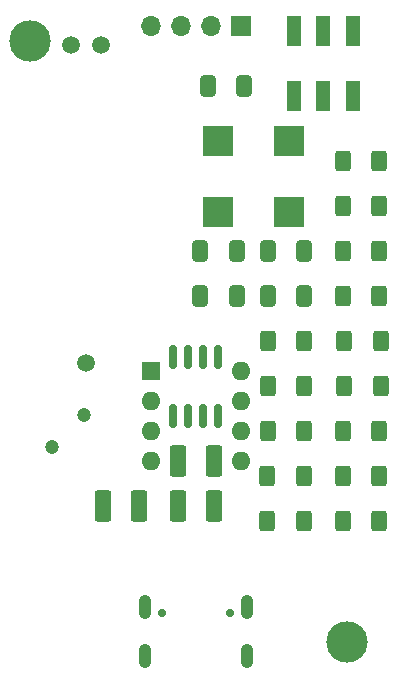
<source format=gbr>
%TF.GenerationSoftware,KiCad,Pcbnew,(6.0.6)*%
%TF.CreationDate,2022-09-17T14:28:24+02:00*%
%TF.ProjectId,Tiny handheld,54696e79-2068-4616-9e64-68656c642e6b,1.0*%
%TF.SameCoordinates,Original*%
%TF.FileFunction,Soldermask,Bot*%
%TF.FilePolarity,Negative*%
%FSLAX46Y46*%
G04 Gerber Fmt 4.6, Leading zero omitted, Abs format (unit mm)*
G04 Created by KiCad (PCBNEW (6.0.6)) date 2022-09-17 14:28:24*
%MOMM*%
%LPD*%
G01*
G04 APERTURE LIST*
G04 Aperture macros list*
%AMRoundRect*
0 Rectangle with rounded corners*
0 $1 Rounding radius*
0 $2 $3 $4 $5 $6 $7 $8 $9 X,Y pos of 4 corners*
0 Add a 4 corners polygon primitive as box body*
4,1,4,$2,$3,$4,$5,$6,$7,$8,$9,$2,$3,0*
0 Add four circle primitives for the rounded corners*
1,1,$1+$1,$2,$3*
1,1,$1+$1,$4,$5*
1,1,$1+$1,$6,$7*
1,1,$1+$1,$8,$9*
0 Add four rect primitives between the rounded corners*
20,1,$1+$1,$2,$3,$4,$5,0*
20,1,$1+$1,$4,$5,$6,$7,0*
20,1,$1+$1,$6,$7,$8,$9,0*
20,1,$1+$1,$8,$9,$2,$3,0*%
G04 Aperture macros list end*
%ADD10C,3.500000*%
%ADD11C,1.508000*%
%ADD12O,1.700000X1.700000*%
%ADD13R,1.700000X1.700000*%
%ADD14O,1.600000X1.600000*%
%ADD15R,1.600000X1.600000*%
%ADD16C,1.200000*%
%ADD17O,1.050000X2.100000*%
%ADD18C,0.700000*%
%ADD19RoundRect,0.250000X0.400000X0.625000X-0.400000X0.625000X-0.400000X-0.625000X0.400000X-0.625000X0*%
%ADD20RoundRect,0.250000X0.412500X0.650000X-0.412500X0.650000X-0.412500X-0.650000X0.412500X-0.650000X0*%
%ADD21R,1.200000X2.500000*%
%ADD22RoundRect,0.250001X0.462499X1.074999X-0.462499X1.074999X-0.462499X-1.074999X0.462499X-1.074999X0*%
%ADD23R,2.500000X2.500000*%
%ADD24RoundRect,0.150000X-0.150000X0.825000X-0.150000X-0.825000X0.150000X-0.825000X0.150000X0.825000X0*%
G04 APERTURE END LIST*
D10*
%TO.C,REF\u002A\u002A*%
X163770000Y-127000000D03*
%TD*%
%TO.C,REF\u002A\u002A*%
X136950000Y-76110000D03*
%TD*%
D11*
%TO.C,BT1*%
X141668000Y-103358000D03*
X142938000Y-76458000D03*
X140398000Y-76458000D03*
%TD*%
D12*
%TO.C,J1*%
X147168000Y-74878000D03*
X149708000Y-74878000D03*
X152248000Y-74878000D03*
D13*
X154788000Y-74878000D03*
%TD*%
D14*
%TO.C,U1*%
X154808000Y-104098000D03*
X154808000Y-106638000D03*
X154808000Y-109178000D03*
X154808000Y-111718000D03*
X147188000Y-111718000D03*
X147188000Y-109178000D03*
X147188000Y-106638000D03*
D15*
X147188000Y-104098000D03*
%TD*%
D16*
%TO.C,S2*%
X138838025Y-110507101D03*
X141532101Y-107813025D03*
%TD*%
D17*
%TO.C,J3*%
X155308000Y-128218000D03*
X146668000Y-128218000D03*
X155308000Y-124038000D03*
X146668000Y-124038000D03*
D18*
X148098000Y-124568000D03*
X153878000Y-124568000D03*
%TD*%
D19*
%TO.C,R3*%
X163408000Y-116788000D03*
X166508000Y-116788000D03*
%TD*%
%TO.C,R9*%
X163408000Y-86308000D03*
X166508000Y-86308000D03*
%TD*%
D20*
%TO.C,C3*%
X151330500Y-93928000D03*
X154455500Y-93928000D03*
%TD*%
D19*
%TO.C,R7*%
X163408000Y-112978000D03*
X166508000Y-112978000D03*
%TD*%
%TO.C,R5*%
X157010620Y-116788000D03*
X160110620Y-116788000D03*
%TD*%
%TO.C,R11*%
X157058000Y-109168000D03*
X160158000Y-109168000D03*
%TD*%
D21*
%TO.C,S4*%
X159283000Y-75303000D03*
X161783000Y-75303000D03*
X164283000Y-75303000D03*
X159283000Y-80803000D03*
X161783000Y-80803000D03*
X164283000Y-80803000D03*
%TD*%
D19*
%TO.C,R12*%
X163555380Y-101548000D03*
X166655380Y-101548000D03*
%TD*%
%TO.C,R1*%
X157010620Y-112978000D03*
X160110620Y-112978000D03*
%TD*%
%TO.C,R14*%
X163408000Y-93928000D03*
X166508000Y-93928000D03*
%TD*%
D20*
%TO.C,C5*%
X151965500Y-79958000D03*
X155090500Y-79958000D03*
%TD*%
D19*
%TO.C,R10*%
X163555380Y-105358000D03*
X166655380Y-105358000D03*
%TD*%
D22*
%TO.C,D1*%
X149500500Y-111708000D03*
X152475500Y-111708000D03*
%TD*%
D19*
%TO.C,R6*%
X157058000Y-105358000D03*
X160158000Y-105358000D03*
%TD*%
%TO.C,R13*%
X163408000Y-97738000D03*
X166508000Y-97738000D03*
%TD*%
D22*
%TO.C,D3*%
X149500500Y-115518000D03*
X152475500Y-115518000D03*
%TD*%
D23*
%TO.C,LS1*%
X158874750Y-84578000D03*
X152874750Y-90578000D03*
X152874750Y-84578000D03*
X158874750Y-90578000D03*
%TD*%
D22*
%TO.C,D2*%
X143150500Y-115518000D03*
X146125500Y-115518000D03*
%TD*%
D20*
%TO.C,C1*%
X151330500Y-97738000D03*
X154455500Y-97738000D03*
%TD*%
D19*
%TO.C,R8*%
X163408000Y-109168000D03*
X166508000Y-109168000D03*
%TD*%
D20*
%TO.C,C2*%
X157045500Y-93928000D03*
X160170500Y-93928000D03*
%TD*%
D24*
%TO.C,U3*%
X149083000Y-107833000D03*
X150353000Y-107833000D03*
X151623000Y-107833000D03*
X152893000Y-107833000D03*
X152893000Y-102883000D03*
X151623000Y-102883000D03*
X150353000Y-102883000D03*
X149083000Y-102883000D03*
%TD*%
D19*
%TO.C,R4*%
X163408000Y-90118000D03*
X166508000Y-90118000D03*
%TD*%
D20*
%TO.C,C4*%
X157045500Y-97738000D03*
X160170500Y-97738000D03*
%TD*%
D19*
%TO.C,R2*%
X157058000Y-101548000D03*
X160158000Y-101548000D03*
%TD*%
M02*

</source>
